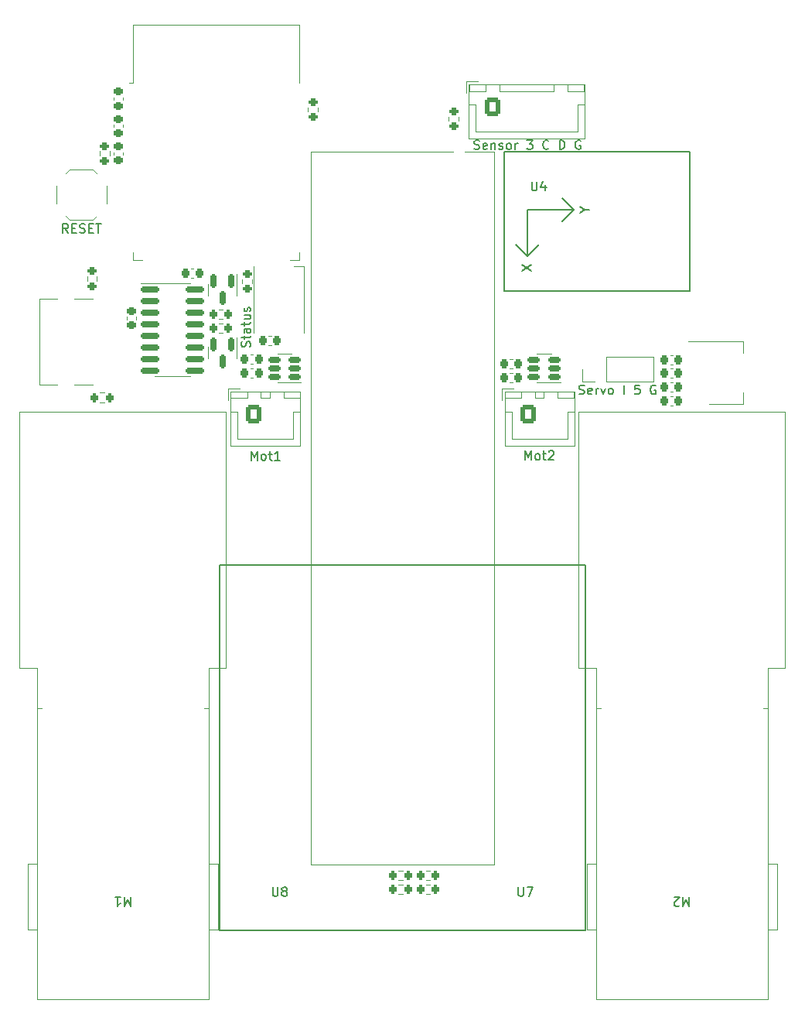
<source format=gbr>
%TF.GenerationSoftware,KiCad,Pcbnew,(6.0.7)*%
%TF.CreationDate,2022-09-24T23:46:27+02:00*%
%TF.ProjectId,airstream_controller,61697273-7472-4656-916d-5f636f6e7472,rev?*%
%TF.SameCoordinates,Original*%
%TF.FileFunction,Legend,Top*%
%TF.FilePolarity,Positive*%
%FSLAX46Y46*%
G04 Gerber Fmt 4.6, Leading zero omitted, Abs format (unit mm)*
G04 Created by KiCad (PCBNEW (6.0.7)) date 2022-09-24 23:46:27*
%MOMM*%
%LPD*%
G01*
G04 APERTURE LIST*
G04 Aperture macros list*
%AMRoundRect*
0 Rectangle with rounded corners*
0 $1 Rounding radius*
0 $2 $3 $4 $5 $6 $7 $8 $9 X,Y pos of 4 corners*
0 Add a 4 corners polygon primitive as box body*
4,1,4,$2,$3,$4,$5,$6,$7,$8,$9,$2,$3,0*
0 Add four circle primitives for the rounded corners*
1,1,$1+$1,$2,$3*
1,1,$1+$1,$4,$5*
1,1,$1+$1,$6,$7*
1,1,$1+$1,$8,$9*
0 Add four rect primitives between the rounded corners*
20,1,$1+$1,$2,$3,$4,$5,0*
20,1,$1+$1,$4,$5,$6,$7,0*
20,1,$1+$1,$6,$7,$8,$9,0*
20,1,$1+$1,$8,$9,$2,$3,0*%
G04 Aperture macros list end*
%ADD10C,0.150000*%
%ADD11C,0.120000*%
%ADD12R,1.700000X1.700000*%
%ADD13O,1.700000X1.700000*%
%ADD14O,2.268000X1.524000*%
%ADD15C,3.200000*%
%ADD16RoundRect,0.250000X-0.600000X-0.750000X0.600000X-0.750000X0.600000X0.750000X-0.600000X0.750000X0*%
%ADD17O,1.700000X2.000000*%
%ADD18R,2.000000X0.900000*%
%ADD19R,0.900000X2.000000*%
%ADD20R,5.000000X5.000000*%
%ADD21RoundRect,0.225000X-0.250000X0.225000X-0.250000X-0.225000X0.250000X-0.225000X0.250000X0.225000X0*%
%ADD22RoundRect,0.225000X0.225000X0.250000X-0.225000X0.250000X-0.225000X-0.250000X0.225000X-0.250000X0*%
%ADD23RoundRect,0.225000X-0.225000X-0.250000X0.225000X-0.250000X0.225000X0.250000X-0.225000X0.250000X0*%
%ADD24RoundRect,0.150000X0.512500X0.150000X-0.512500X0.150000X-0.512500X-0.150000X0.512500X-0.150000X0*%
%ADD25C,0.650000*%
%ADD26R,1.450000X0.600000*%
%ADD27R,1.450000X0.300000*%
%ADD28O,1.600000X1.000000*%
%ADD29O,2.100000X1.000000*%
%ADD30RoundRect,0.200000X0.200000X0.275000X-0.200000X0.275000X-0.200000X-0.275000X0.200000X-0.275000X0*%
%ADD31R,2.000000X1.500000*%
%ADD32R,2.000000X3.800000*%
%ADD33R,1.700000X1.000000*%
%ADD34RoundRect,0.200000X-0.275000X0.200000X-0.275000X-0.200000X0.275000X-0.200000X0.275000X0.200000X0*%
%ADD35RoundRect,0.200000X-0.200000X-0.275000X0.200000X-0.275000X0.200000X0.275000X-0.200000X0.275000X0*%
%ADD36R,1.000000X1.500000*%
%ADD37RoundRect,0.150000X-0.150000X0.587500X-0.150000X-0.587500X0.150000X-0.587500X0.150000X0.587500X0*%
%ADD38RoundRect,0.200000X0.275000X-0.200000X0.275000X0.200000X-0.275000X0.200000X-0.275000X-0.200000X0*%
%ADD39R,3.500000X3.500000*%
%ADD40C,3.500000*%
%ADD41RoundRect,0.225000X0.250000X-0.225000X0.250000X0.225000X-0.250000X0.225000X-0.250000X-0.225000X0*%
%ADD42O,1.524000X2.268000*%
%ADD43RoundRect,0.150000X-0.825000X-0.150000X0.825000X-0.150000X0.825000X0.150000X-0.825000X0.150000X0*%
%ADD44RoundRect,0.250000X-0.600000X-0.725000X0.600000X-0.725000X0.600000X0.725000X-0.600000X0.725000X0*%
%ADD45O,1.700000X1.950000*%
G04 APERTURE END LIST*
D10*
X80000000Y-113000000D02*
X40000000Y-113000000D01*
X40000000Y-113000000D02*
X40000000Y-73000000D01*
X40000000Y-73000000D02*
X80000000Y-73000000D01*
X80000000Y-73000000D02*
X80000000Y-113000000D01*
%TO.C,J3*%
X43452380Y-61552380D02*
X43452380Y-60552380D01*
X43785714Y-61266666D01*
X44119047Y-60552380D01*
X44119047Y-61552380D01*
X44738095Y-61552380D02*
X44642857Y-61504761D01*
X44595238Y-61457142D01*
X44547619Y-61361904D01*
X44547619Y-61076190D01*
X44595238Y-60980952D01*
X44642857Y-60933333D01*
X44738095Y-60885714D01*
X44880952Y-60885714D01*
X44976190Y-60933333D01*
X45023809Y-60980952D01*
X45071428Y-61076190D01*
X45071428Y-61361904D01*
X45023809Y-61457142D01*
X44976190Y-61504761D01*
X44880952Y-61552380D01*
X44738095Y-61552380D01*
X45357142Y-60885714D02*
X45738095Y-60885714D01*
X45500000Y-60552380D02*
X45500000Y-61409523D01*
X45547619Y-61504761D01*
X45642857Y-61552380D01*
X45738095Y-61552380D01*
X46595238Y-61552380D02*
X46023809Y-61552380D01*
X46309523Y-61552380D02*
X46309523Y-60552380D01*
X46214285Y-60695238D01*
X46119047Y-60790476D01*
X46023809Y-60838095D01*
%TO.C,M1*%
X30209523Y-109347619D02*
X30209523Y-110347619D01*
X29876190Y-109633333D01*
X29542857Y-110347619D01*
X29542857Y-109347619D01*
X28542857Y-109347619D02*
X29114285Y-109347619D01*
X28828571Y-109347619D02*
X28828571Y-110347619D01*
X28923809Y-110204761D01*
X29019047Y-110109523D01*
X29114285Y-110061904D01*
%TO.C,SW1*%
X23397619Y-36702380D02*
X23064285Y-36226190D01*
X22826190Y-36702380D02*
X22826190Y-35702380D01*
X23207142Y-35702380D01*
X23302380Y-35750000D01*
X23350000Y-35797619D01*
X23397619Y-35892857D01*
X23397619Y-36035714D01*
X23350000Y-36130952D01*
X23302380Y-36178571D01*
X23207142Y-36226190D01*
X22826190Y-36226190D01*
X23826190Y-36178571D02*
X24159523Y-36178571D01*
X24302380Y-36702380D02*
X23826190Y-36702380D01*
X23826190Y-35702380D01*
X24302380Y-35702380D01*
X24683333Y-36654761D02*
X24826190Y-36702380D01*
X25064285Y-36702380D01*
X25159523Y-36654761D01*
X25207142Y-36607142D01*
X25254761Y-36511904D01*
X25254761Y-36416666D01*
X25207142Y-36321428D01*
X25159523Y-36273809D01*
X25064285Y-36226190D01*
X24873809Y-36178571D01*
X24778571Y-36130952D01*
X24730952Y-36083333D01*
X24683333Y-35988095D01*
X24683333Y-35892857D01*
X24730952Y-35797619D01*
X24778571Y-35750000D01*
X24873809Y-35702380D01*
X25111904Y-35702380D01*
X25254761Y-35750000D01*
X25683333Y-36178571D02*
X26016666Y-36178571D01*
X26159523Y-36702380D02*
X25683333Y-36702380D01*
X25683333Y-35702380D01*
X26159523Y-35702380D01*
X26445238Y-35702380D02*
X27016666Y-35702380D01*
X26730952Y-36702380D02*
X26730952Y-35702380D01*
%TO.C,D1*%
X43304761Y-49166666D02*
X43352380Y-49023809D01*
X43352380Y-48785714D01*
X43304761Y-48690476D01*
X43257142Y-48642857D01*
X43161904Y-48595238D01*
X43066666Y-48595238D01*
X42971428Y-48642857D01*
X42923809Y-48690476D01*
X42876190Y-48785714D01*
X42828571Y-48976190D01*
X42780952Y-49071428D01*
X42733333Y-49119047D01*
X42638095Y-49166666D01*
X42542857Y-49166666D01*
X42447619Y-49119047D01*
X42400000Y-49071428D01*
X42352380Y-48976190D01*
X42352380Y-48738095D01*
X42400000Y-48595238D01*
X42685714Y-48309523D02*
X42685714Y-47928571D01*
X42352380Y-48166666D02*
X43209523Y-48166666D01*
X43304761Y-48119047D01*
X43352380Y-48023809D01*
X43352380Y-47928571D01*
X43352380Y-47166666D02*
X42828571Y-47166666D01*
X42733333Y-47214285D01*
X42685714Y-47309523D01*
X42685714Y-47500000D01*
X42733333Y-47595238D01*
X43304761Y-47166666D02*
X43352380Y-47261904D01*
X43352380Y-47500000D01*
X43304761Y-47595238D01*
X43209523Y-47642857D01*
X43114285Y-47642857D01*
X43019047Y-47595238D01*
X42971428Y-47500000D01*
X42971428Y-47261904D01*
X42923809Y-47166666D01*
X42685714Y-46833333D02*
X42685714Y-46452380D01*
X42352380Y-46690476D02*
X43209523Y-46690476D01*
X43304761Y-46642857D01*
X43352380Y-46547619D01*
X43352380Y-46452380D01*
X42685714Y-45690476D02*
X43352380Y-45690476D01*
X42685714Y-46119047D02*
X43209523Y-46119047D01*
X43304761Y-46071428D01*
X43352380Y-45976190D01*
X43352380Y-45833333D01*
X43304761Y-45738095D01*
X43257142Y-45690476D01*
X43304761Y-45261904D02*
X43352380Y-45166666D01*
X43352380Y-44976190D01*
X43304761Y-44880952D01*
X43209523Y-44833333D01*
X43161904Y-44833333D01*
X43066666Y-44880952D01*
X43019047Y-44976190D01*
X43019047Y-45119047D01*
X42971428Y-45214285D01*
X42876190Y-45261904D01*
X42828571Y-45261904D01*
X42733333Y-45214285D01*
X42685714Y-45119047D01*
X42685714Y-44976190D01*
X42733333Y-44880952D01*
%TO.C,J5*%
X73452380Y-61527380D02*
X73452380Y-60527380D01*
X73785714Y-61241666D01*
X74119047Y-60527380D01*
X74119047Y-61527380D01*
X74738095Y-61527380D02*
X74642857Y-61479761D01*
X74595238Y-61432142D01*
X74547619Y-61336904D01*
X74547619Y-61051190D01*
X74595238Y-60955952D01*
X74642857Y-60908333D01*
X74738095Y-60860714D01*
X74880952Y-60860714D01*
X74976190Y-60908333D01*
X75023809Y-60955952D01*
X75071428Y-61051190D01*
X75071428Y-61336904D01*
X75023809Y-61432142D01*
X74976190Y-61479761D01*
X74880952Y-61527380D01*
X74738095Y-61527380D01*
X75357142Y-60860714D02*
X75738095Y-60860714D01*
X75500000Y-60527380D02*
X75500000Y-61384523D01*
X75547619Y-61479761D01*
X75642857Y-61527380D01*
X75738095Y-61527380D01*
X76023809Y-60622619D02*
X76071428Y-60575000D01*
X76166666Y-60527380D01*
X76404761Y-60527380D01*
X76500000Y-60575000D01*
X76547619Y-60622619D01*
X76595238Y-60717857D01*
X76595238Y-60813095D01*
X76547619Y-60955952D01*
X75976190Y-61527380D01*
X76595238Y-61527380D01*
%TO.C,U7*%
X72693095Y-108252380D02*
X72693095Y-109061904D01*
X72740714Y-109157142D01*
X72788333Y-109204761D01*
X72883571Y-109252380D01*
X73074047Y-109252380D01*
X73169285Y-109204761D01*
X73216904Y-109157142D01*
X73264523Y-109061904D01*
X73264523Y-108252380D01*
X73645476Y-108252380D02*
X74312142Y-108252380D01*
X73883571Y-109252380D01*
%TO.C,U4*%
X74150595Y-31079880D02*
X74150595Y-31889404D01*
X74198214Y-31984642D01*
X74245833Y-32032261D01*
X74341071Y-32079880D01*
X74531547Y-32079880D01*
X74626785Y-32032261D01*
X74674404Y-31984642D01*
X74722023Y-31889404D01*
X74722023Y-31079880D01*
X75626785Y-31413214D02*
X75626785Y-32079880D01*
X75388690Y-31032261D02*
X75150595Y-31746547D01*
X75769642Y-31746547D01*
X79968690Y-34167500D02*
X80444880Y-34167500D01*
X79444880Y-34500833D02*
X79968690Y-34167500D01*
X79444880Y-33834166D01*
X73094880Y-40850833D02*
X74094880Y-40184166D01*
X73094880Y-40184166D02*
X74094880Y-40850833D01*
%TO.C,M2*%
X91409523Y-109347619D02*
X91409523Y-110347619D01*
X91076190Y-109633333D01*
X90742857Y-110347619D01*
X90742857Y-109347619D01*
X90314285Y-110252380D02*
X90266666Y-110300000D01*
X90171428Y-110347619D01*
X89933333Y-110347619D01*
X89838095Y-110300000D01*
X89790476Y-110252380D01*
X89742857Y-110157142D01*
X89742857Y-110061904D01*
X89790476Y-109919047D01*
X90361904Y-109347619D01*
X89742857Y-109347619D01*
%TO.C,U8*%
X45793095Y-108252380D02*
X45793095Y-109061904D01*
X45840714Y-109157142D01*
X45888333Y-109204761D01*
X45983571Y-109252380D01*
X46174047Y-109252380D01*
X46269285Y-109204761D01*
X46316904Y-109157142D01*
X46364523Y-109061904D01*
X46364523Y-108252380D01*
X46983571Y-108680952D02*
X46888333Y-108633333D01*
X46840714Y-108585714D01*
X46793095Y-108490476D01*
X46793095Y-108442857D01*
X46840714Y-108347619D01*
X46888333Y-108300000D01*
X46983571Y-108252380D01*
X47174047Y-108252380D01*
X47269285Y-108300000D01*
X47316904Y-108347619D01*
X47364523Y-108442857D01*
X47364523Y-108490476D01*
X47316904Y-108585714D01*
X47269285Y-108633333D01*
X47174047Y-108680952D01*
X46983571Y-108680952D01*
X46888333Y-108728571D01*
X46840714Y-108776190D01*
X46793095Y-108871428D01*
X46793095Y-109061904D01*
X46840714Y-109157142D01*
X46888333Y-109204761D01*
X46983571Y-109252380D01*
X47174047Y-109252380D01*
X47269285Y-109204761D01*
X47316904Y-109157142D01*
X47364523Y-109061904D01*
X47364523Y-108871428D01*
X47316904Y-108776190D01*
X47269285Y-108728571D01*
X47174047Y-108680952D01*
%TO.C,J2*%
X67866666Y-27504761D02*
X68009523Y-27552380D01*
X68247619Y-27552380D01*
X68342857Y-27504761D01*
X68390476Y-27457142D01*
X68438095Y-27361904D01*
X68438095Y-27266666D01*
X68390476Y-27171428D01*
X68342857Y-27123809D01*
X68247619Y-27076190D01*
X68057142Y-27028571D01*
X67961904Y-26980952D01*
X67914285Y-26933333D01*
X67866666Y-26838095D01*
X67866666Y-26742857D01*
X67914285Y-26647619D01*
X67961904Y-26600000D01*
X68057142Y-26552380D01*
X68295238Y-26552380D01*
X68438095Y-26600000D01*
X69247619Y-27504761D02*
X69152380Y-27552380D01*
X68961904Y-27552380D01*
X68866666Y-27504761D01*
X68819047Y-27409523D01*
X68819047Y-27028571D01*
X68866666Y-26933333D01*
X68961904Y-26885714D01*
X69152380Y-26885714D01*
X69247619Y-26933333D01*
X69295238Y-27028571D01*
X69295238Y-27123809D01*
X68819047Y-27219047D01*
X69723809Y-26885714D02*
X69723809Y-27552380D01*
X69723809Y-26980952D02*
X69771428Y-26933333D01*
X69866666Y-26885714D01*
X70009523Y-26885714D01*
X70104761Y-26933333D01*
X70152380Y-27028571D01*
X70152380Y-27552380D01*
X70580952Y-27504761D02*
X70676190Y-27552380D01*
X70866666Y-27552380D01*
X70961904Y-27504761D01*
X71009523Y-27409523D01*
X71009523Y-27361904D01*
X70961904Y-27266666D01*
X70866666Y-27219047D01*
X70723809Y-27219047D01*
X70628571Y-27171428D01*
X70580952Y-27076190D01*
X70580952Y-27028571D01*
X70628571Y-26933333D01*
X70723809Y-26885714D01*
X70866666Y-26885714D01*
X70961904Y-26933333D01*
X71580952Y-27552380D02*
X71485714Y-27504761D01*
X71438095Y-27457142D01*
X71390476Y-27361904D01*
X71390476Y-27076190D01*
X71438095Y-26980952D01*
X71485714Y-26933333D01*
X71580952Y-26885714D01*
X71723809Y-26885714D01*
X71819047Y-26933333D01*
X71866666Y-26980952D01*
X71914285Y-27076190D01*
X71914285Y-27361904D01*
X71866666Y-27457142D01*
X71819047Y-27504761D01*
X71723809Y-27552380D01*
X71580952Y-27552380D01*
X72342857Y-27552380D02*
X72342857Y-26885714D01*
X72342857Y-27076190D02*
X72390476Y-26980952D01*
X72438095Y-26933333D01*
X72533333Y-26885714D01*
X72628571Y-26885714D01*
X73628571Y-26552380D02*
X74247619Y-26552380D01*
X73914285Y-26933333D01*
X74057142Y-26933333D01*
X74152380Y-26980952D01*
X74200000Y-27028571D01*
X74247619Y-27123809D01*
X74247619Y-27361904D01*
X74200000Y-27457142D01*
X74152380Y-27504761D01*
X74057142Y-27552380D01*
X73771428Y-27552380D01*
X73676190Y-27504761D01*
X73628571Y-27457142D01*
X76009523Y-27457142D02*
X75961904Y-27504761D01*
X75819047Y-27552380D01*
X75723809Y-27552380D01*
X75580952Y-27504761D01*
X75485714Y-27409523D01*
X75438095Y-27314285D01*
X75390476Y-27123809D01*
X75390476Y-26980952D01*
X75438095Y-26790476D01*
X75485714Y-26695238D01*
X75580952Y-26600000D01*
X75723809Y-26552380D01*
X75819047Y-26552380D01*
X75961904Y-26600000D01*
X76009523Y-26647619D01*
X77200000Y-27552380D02*
X77200000Y-26552380D01*
X77438095Y-26552380D01*
X77580952Y-26600000D01*
X77676190Y-26695238D01*
X77723809Y-26790476D01*
X77771428Y-26980952D01*
X77771428Y-27123809D01*
X77723809Y-27314285D01*
X77676190Y-27409523D01*
X77580952Y-27504761D01*
X77438095Y-27552380D01*
X77200000Y-27552380D01*
X79485714Y-26600000D02*
X79390476Y-26552380D01*
X79247619Y-26552380D01*
X79104761Y-26600000D01*
X79009523Y-26695238D01*
X78961904Y-26790476D01*
X78914285Y-26980952D01*
X78914285Y-27123809D01*
X78961904Y-27314285D01*
X79009523Y-27409523D01*
X79104761Y-27504761D01*
X79247619Y-27552380D01*
X79342857Y-27552380D01*
X79485714Y-27504761D01*
X79533333Y-27457142D01*
X79533333Y-27123809D01*
X79342857Y-27123809D01*
%TO.C,J4*%
X79345714Y-54304761D02*
X79488571Y-54352380D01*
X79726666Y-54352380D01*
X79821904Y-54304761D01*
X79869523Y-54257142D01*
X79917142Y-54161904D01*
X79917142Y-54066666D01*
X79869523Y-53971428D01*
X79821904Y-53923809D01*
X79726666Y-53876190D01*
X79536190Y-53828571D01*
X79440952Y-53780952D01*
X79393333Y-53733333D01*
X79345714Y-53638095D01*
X79345714Y-53542857D01*
X79393333Y-53447619D01*
X79440952Y-53400000D01*
X79536190Y-53352380D01*
X79774285Y-53352380D01*
X79917142Y-53400000D01*
X80726666Y-54304761D02*
X80631428Y-54352380D01*
X80440952Y-54352380D01*
X80345714Y-54304761D01*
X80298095Y-54209523D01*
X80298095Y-53828571D01*
X80345714Y-53733333D01*
X80440952Y-53685714D01*
X80631428Y-53685714D01*
X80726666Y-53733333D01*
X80774285Y-53828571D01*
X80774285Y-53923809D01*
X80298095Y-54019047D01*
X81202857Y-54352380D02*
X81202857Y-53685714D01*
X81202857Y-53876190D02*
X81250476Y-53780952D01*
X81298095Y-53733333D01*
X81393333Y-53685714D01*
X81488571Y-53685714D01*
X81726666Y-53685714D02*
X81964761Y-54352380D01*
X82202857Y-53685714D01*
X82726666Y-54352380D02*
X82631428Y-54304761D01*
X82583809Y-54257142D01*
X82536190Y-54161904D01*
X82536190Y-53876190D01*
X82583809Y-53780952D01*
X82631428Y-53733333D01*
X82726666Y-53685714D01*
X82869523Y-53685714D01*
X82964761Y-53733333D01*
X83012380Y-53780952D01*
X83060000Y-53876190D01*
X83060000Y-54161904D01*
X83012380Y-54257142D01*
X82964761Y-54304761D01*
X82869523Y-54352380D01*
X82726666Y-54352380D01*
X84250476Y-54352380D02*
X84250476Y-53352380D01*
X85964761Y-53352380D02*
X85488571Y-53352380D01*
X85440952Y-53828571D01*
X85488571Y-53780952D01*
X85583809Y-53733333D01*
X85821904Y-53733333D01*
X85917142Y-53780952D01*
X85964761Y-53828571D01*
X86012380Y-53923809D01*
X86012380Y-54161904D01*
X85964761Y-54257142D01*
X85917142Y-54304761D01*
X85821904Y-54352380D01*
X85583809Y-54352380D01*
X85488571Y-54304761D01*
X85440952Y-54257142D01*
X87726666Y-53400000D02*
X87631428Y-53352380D01*
X87488571Y-53352380D01*
X87345714Y-53400000D01*
X87250476Y-53495238D01*
X87202857Y-53590476D01*
X87155238Y-53780952D01*
X87155238Y-53923809D01*
X87202857Y-54114285D01*
X87250476Y-54209523D01*
X87345714Y-54304761D01*
X87488571Y-54352380D01*
X87583809Y-54352380D01*
X87726666Y-54304761D01*
X87774285Y-54257142D01*
X87774285Y-53923809D01*
X87583809Y-53923809D01*
D11*
%TO.C,J3*%
X48800000Y-56275000D02*
X48050000Y-56275000D01*
X48810000Y-59985000D02*
X48810000Y-54015000D01*
X42150000Y-53725000D02*
X40900000Y-53725000D01*
X48810000Y-54015000D02*
X41190000Y-54015000D01*
X41200000Y-54025000D02*
X41200000Y-54775000D01*
X41950000Y-56275000D02*
X41950000Y-59225000D01*
X41190000Y-54015000D02*
X41190000Y-59985000D01*
X48050000Y-56275000D02*
X48050000Y-59225000D01*
X41200000Y-56275000D02*
X41950000Y-56275000D01*
X45500000Y-54775000D02*
X45500000Y-54025000D01*
X44500000Y-54775000D02*
X45500000Y-54775000D01*
X41200000Y-54775000D02*
X43000000Y-54775000D01*
X43000000Y-54025000D02*
X41200000Y-54025000D01*
X43000000Y-54775000D02*
X43000000Y-54025000D01*
X44500000Y-54025000D02*
X44500000Y-54775000D01*
X40900000Y-53725000D02*
X40900000Y-54975000D01*
X47000000Y-54775000D02*
X48800000Y-54775000D01*
X48800000Y-54025000D02*
X47000000Y-54025000D01*
X48050000Y-59225000D02*
X45000000Y-59225000D01*
X45500000Y-54025000D02*
X44500000Y-54025000D01*
X48800000Y-54775000D02*
X48800000Y-54025000D01*
X41190000Y-59985000D02*
X48810000Y-59985000D01*
X47000000Y-54025000D02*
X47000000Y-54775000D01*
X41950000Y-59225000D02*
X45000000Y-59225000D01*
%TO.C,M1*%
X19000000Y-112900000D02*
X19000000Y-105700000D01*
X18100000Y-84300000D02*
X20000000Y-84300000D01*
X38800000Y-84300000D02*
X40700000Y-84300000D01*
X19000000Y-105700000D02*
X20000000Y-105700000D01*
X20000000Y-112900000D02*
X19000000Y-112900000D01*
X38800000Y-120500000D02*
X38800000Y-84300000D01*
X39800000Y-105700000D02*
X38800000Y-105700000D01*
X38800000Y-88700000D02*
X38300000Y-88700000D01*
X38800000Y-112900000D02*
X39800000Y-112900000D01*
X20000000Y-88700000D02*
X20500000Y-88700000D01*
X29400000Y-56300000D02*
X18100000Y-56300000D01*
X18100000Y-56300000D02*
X18100000Y-84300000D01*
X20000000Y-120500000D02*
X38800000Y-120500000D01*
X20000000Y-84300000D02*
X20000000Y-120500000D01*
X39800000Y-112900000D02*
X39800000Y-105700000D01*
X40700000Y-56300000D02*
X29400000Y-56300000D01*
X40700000Y-84300000D02*
X40700000Y-56300000D01*
%TO.C,U1*%
X30480000Y-13885000D02*
X48720000Y-13885000D01*
X30480000Y-20305000D02*
X30100000Y-20305000D01*
X48720000Y-13885000D02*
X48720000Y-20305000D01*
X30480000Y-13885000D02*
X30480000Y-20305000D01*
X30480000Y-39630000D02*
X31480000Y-39630000D01*
X30480000Y-38850000D02*
X30480000Y-39630000D01*
X48720000Y-39630000D02*
X47720000Y-39630000D01*
X48720000Y-38850000D02*
X48720000Y-39630000D01*
%TO.C,C2*%
X28390000Y-27859420D02*
X28390000Y-28140580D01*
X29410000Y-27859420D02*
X29410000Y-28140580D01*
%TO.C,C4*%
X89590580Y-55560000D02*
X89309420Y-55560000D01*
X89590580Y-54540000D02*
X89309420Y-54540000D01*
%TO.C,C6*%
X45359420Y-47990000D02*
X45640580Y-47990000D01*
X45359420Y-49010000D02*
X45640580Y-49010000D01*
%TO.C,U6*%
X75500000Y-49940000D02*
X76300000Y-49940000D01*
X75500000Y-49940000D02*
X74700000Y-49940000D01*
X75500000Y-53060000D02*
X74700000Y-53060000D01*
X75500000Y-53060000D02*
X77300000Y-53060000D01*
%TO.C,C11*%
X43640580Y-52510000D02*
X43359420Y-52510000D01*
X43640580Y-51490000D02*
X43359420Y-51490000D01*
%TO.C,C8*%
X37140580Y-41610000D02*
X36859420Y-41610000D01*
X37140580Y-40590000D02*
X36859420Y-40590000D01*
%TO.C,J1*%
X22200000Y-43900000D02*
X20300000Y-43900000D01*
X22200000Y-53300000D02*
X20300000Y-53300000D01*
X20300000Y-43900000D02*
X20300000Y-53300000D01*
X26100000Y-53300000D02*
X24100000Y-53300000D01*
X26100000Y-43900000D02*
X24100000Y-43900000D01*
%TO.C,C9*%
X89590580Y-53040000D02*
X89309420Y-53040000D01*
X89590580Y-54060000D02*
X89309420Y-54060000D01*
%TO.C,U5*%
X47100000Y-49940000D02*
X47900000Y-49940000D01*
X47100000Y-53060000D02*
X48900000Y-53060000D01*
X47100000Y-49940000D02*
X46300000Y-49940000D01*
X47100000Y-53060000D02*
X46300000Y-53060000D01*
%TO.C,R12*%
X60037258Y-107977500D02*
X59562742Y-107977500D01*
X60037258Y-109022500D02*
X59562742Y-109022500D01*
%TO.C,R4*%
X40337258Y-46122500D02*
X39862742Y-46122500D01*
X40337258Y-45077500D02*
X39862742Y-45077500D01*
%TO.C,U3*%
X97310000Y-48590000D02*
X97310000Y-49850000D01*
X91300000Y-48590000D02*
X97310000Y-48590000D01*
X97310000Y-55410000D02*
X97310000Y-54150000D01*
X93550000Y-55410000D02*
X97310000Y-55410000D01*
%TO.C,SW1*%
X23600000Y-29750000D02*
X26100000Y-29750000D01*
X22100000Y-31500000D02*
X22100000Y-33500000D01*
X26550000Y-30200000D02*
X26100000Y-29750000D01*
X27600000Y-31500000D02*
X27600000Y-33500000D01*
X23600000Y-35250000D02*
X26100000Y-35250000D01*
X26550000Y-34800000D02*
X26100000Y-35250000D01*
X23150000Y-30200000D02*
X23600000Y-29750000D01*
X23150000Y-34800000D02*
X23600000Y-35250000D01*
%TO.C,R6*%
X50722500Y-22962742D02*
X50722500Y-23437258D01*
X49677500Y-22962742D02*
X49677500Y-23437258D01*
%TO.C,R9*%
X62562742Y-106477500D02*
X63037258Y-106477500D01*
X62562742Y-107522500D02*
X63037258Y-107522500D01*
%TO.C,D1*%
X49250000Y-47650000D02*
X49250000Y-40350000D01*
X49250000Y-40350000D02*
X48100000Y-40350000D01*
X43750000Y-47650000D02*
X43750000Y-40350000D01*
%TO.C,R2*%
X26522500Y-41462742D02*
X26522500Y-41937258D01*
X25477500Y-41462742D02*
X25477500Y-41937258D01*
%TO.C,C3*%
X28390000Y-21859420D02*
X28390000Y-22140580D01*
X29410000Y-21859420D02*
X29410000Y-22140580D01*
%TO.C,J5*%
X78800000Y-54025000D02*
X77000000Y-54025000D01*
X78050000Y-59225000D02*
X75000000Y-59225000D01*
X71200000Y-54025000D02*
X71200000Y-54775000D01*
X77000000Y-54025000D02*
X77000000Y-54775000D01*
X77000000Y-54775000D02*
X78800000Y-54775000D01*
X71200000Y-56275000D02*
X71950000Y-56275000D01*
X70900000Y-53725000D02*
X70900000Y-54975000D01*
X78050000Y-56275000D02*
X78050000Y-59225000D01*
X78800000Y-56275000D02*
X78050000Y-56275000D01*
X74500000Y-54025000D02*
X74500000Y-54775000D01*
X72150000Y-53725000D02*
X70900000Y-53725000D01*
X71190000Y-59985000D02*
X78810000Y-59985000D01*
X78810000Y-59985000D02*
X78810000Y-54015000D01*
X78800000Y-54775000D02*
X78800000Y-54025000D01*
X71200000Y-54775000D02*
X73000000Y-54775000D01*
X75500000Y-54025000D02*
X74500000Y-54025000D01*
X73000000Y-54025000D02*
X71200000Y-54025000D01*
X71950000Y-56275000D02*
X71950000Y-59225000D01*
X75500000Y-54775000D02*
X75500000Y-54025000D01*
X73000000Y-54775000D02*
X73000000Y-54025000D01*
X78810000Y-54015000D02*
X71190000Y-54015000D01*
X71950000Y-59225000D02*
X75000000Y-59225000D01*
X71190000Y-54015000D02*
X71190000Y-59985000D01*
X74500000Y-54775000D02*
X75500000Y-54775000D01*
%TO.C,C10*%
X89590580Y-51060000D02*
X89309420Y-51060000D01*
X89590580Y-50040000D02*
X89309420Y-50040000D01*
%TO.C,Q2*%
X38740000Y-42900000D02*
X38740000Y-42250000D01*
X41860000Y-42900000D02*
X41860000Y-41225000D01*
X41860000Y-42900000D02*
X41860000Y-43550000D01*
X38740000Y-42900000D02*
X38740000Y-43550000D01*
%TO.C,R7*%
X43522500Y-42237258D02*
X43522500Y-41762742D01*
X42477500Y-42237258D02*
X42477500Y-41762742D01*
%TO.C,BT1*%
X49950000Y-105800000D02*
X49950000Y-27800000D01*
X70050000Y-27800000D02*
X70050000Y-105800000D01*
X70050000Y-105800000D02*
X49950000Y-105800000D01*
X49950000Y-27800000D02*
X70050000Y-27800000D01*
%TO.C,C14*%
X72040580Y-53010000D02*
X71759420Y-53010000D01*
X72040580Y-51990000D02*
X71759420Y-51990000D01*
%TO.C,Q1*%
X41860000Y-49800000D02*
X41860000Y-48125000D01*
X38740000Y-49800000D02*
X38740000Y-50450000D01*
X38740000Y-49800000D02*
X38740000Y-49150000D01*
X41860000Y-49800000D02*
X41860000Y-50450000D01*
%TO.C,C13*%
X43640580Y-51010000D02*
X43359420Y-51010000D01*
X43640580Y-49990000D02*
X43359420Y-49990000D01*
%TO.C,C12*%
X72040580Y-51510000D02*
X71759420Y-51510000D01*
X72040580Y-50490000D02*
X71759420Y-50490000D01*
%TO.C,C7*%
X29790000Y-46140580D02*
X29790000Y-45859420D01*
X30810000Y-46140580D02*
X30810000Y-45859420D01*
D10*
%TO.C,U4*%
X73642500Y-39247500D02*
X72372500Y-37977500D01*
X74912500Y-37977500D02*
X73642500Y-39247500D01*
X73642500Y-34167500D02*
X78722500Y-34167500D01*
X77452500Y-35437500D02*
X78722500Y-34167500D01*
X91422500Y-43057500D02*
X71102500Y-43057500D01*
X73642500Y-39247500D02*
X73642500Y-34167500D01*
X71102500Y-27817500D02*
X91422500Y-27817500D01*
X71102500Y-43057500D02*
X71102500Y-27817500D01*
X91422500Y-27817500D02*
X91422500Y-43057500D01*
X78722500Y-34167500D02*
X77452500Y-32897500D01*
D11*
%TO.C,R10*%
X60037258Y-107522500D02*
X59562742Y-107522500D01*
X60037258Y-106477500D02*
X59562742Y-106477500D01*
%TO.C,U2*%
X34800000Y-42240000D02*
X31350000Y-42240000D01*
X34800000Y-42240000D02*
X36750000Y-42240000D01*
X34800000Y-52360000D02*
X32850000Y-52360000D01*
X34800000Y-52360000D02*
X36750000Y-52360000D01*
%TO.C,M2*%
X81200000Y-84300000D02*
X81200000Y-120500000D01*
X101000000Y-105700000D02*
X100000000Y-105700000D01*
X81200000Y-88700000D02*
X81700000Y-88700000D01*
X79300000Y-84300000D02*
X81200000Y-84300000D01*
X79300000Y-56300000D02*
X79300000Y-84300000D01*
X80200000Y-105700000D02*
X81200000Y-105700000D01*
X80200000Y-112900000D02*
X80200000Y-105700000D01*
X100000000Y-84300000D02*
X101900000Y-84300000D01*
X101000000Y-112900000D02*
X101000000Y-105700000D01*
X81200000Y-112900000D02*
X80200000Y-112900000D01*
X100000000Y-112900000D02*
X101000000Y-112900000D01*
X101900000Y-56300000D02*
X90600000Y-56300000D01*
X100000000Y-88700000D02*
X99500000Y-88700000D01*
X90600000Y-56300000D02*
X79300000Y-56300000D01*
X81200000Y-120500000D02*
X100000000Y-120500000D01*
X101900000Y-84300000D02*
X101900000Y-56300000D01*
X100000000Y-120500000D02*
X100000000Y-84300000D01*
%TO.C,R3*%
X27337258Y-55222500D02*
X26862742Y-55222500D01*
X27337258Y-54177500D02*
X26862742Y-54177500D01*
%TO.C,R11*%
X62562742Y-107977500D02*
X63037258Y-107977500D01*
X62562742Y-109022500D02*
X63037258Y-109022500D01*
%TO.C,R8*%
X66122500Y-23962742D02*
X66122500Y-24437258D01*
X65077500Y-23962742D02*
X65077500Y-24437258D01*
%TO.C,R5*%
X40337258Y-46577500D02*
X39862742Y-46577500D01*
X40337258Y-47622500D02*
X39862742Y-47622500D01*
%TO.C,R1*%
X26877500Y-28237258D02*
X26877500Y-27762742D01*
X27922500Y-28237258D02*
X27922500Y-27762742D01*
%TO.C,J2*%
X67300000Y-21175000D02*
X69100000Y-21175000D01*
X79900000Y-20425000D02*
X78100000Y-20425000D01*
X79150000Y-25625000D02*
X73600000Y-25625000D01*
X67300000Y-22675000D02*
X68050000Y-22675000D01*
X67290000Y-26385000D02*
X79910000Y-26385000D01*
X76600000Y-20425000D02*
X70600000Y-20425000D01*
X79900000Y-21175000D02*
X79900000Y-20425000D01*
X68050000Y-25625000D02*
X73600000Y-25625000D01*
X68050000Y-22675000D02*
X68050000Y-25625000D01*
X67300000Y-20425000D02*
X67300000Y-21175000D01*
X69100000Y-20425000D02*
X67300000Y-20425000D01*
X67290000Y-20415000D02*
X67290000Y-26385000D01*
X70600000Y-20425000D02*
X70600000Y-21175000D01*
X70600000Y-21175000D02*
X76600000Y-21175000D01*
X79150000Y-22675000D02*
X79150000Y-25625000D01*
X67000000Y-20125000D02*
X67000000Y-21375000D01*
X79900000Y-22675000D02*
X79150000Y-22675000D01*
X69100000Y-21175000D02*
X69100000Y-20425000D01*
X79910000Y-26385000D02*
X79910000Y-20415000D01*
X79910000Y-20415000D02*
X67290000Y-20415000D01*
X68250000Y-20125000D02*
X67000000Y-20125000D01*
X78100000Y-21175000D02*
X79900000Y-21175000D01*
X78100000Y-20425000D02*
X78100000Y-21175000D01*
X76600000Y-21175000D02*
X76600000Y-20425000D01*
%TO.C,J4*%
X82330000Y-50270000D02*
X87470000Y-50270000D01*
X87470000Y-52930000D02*
X87470000Y-50270000D01*
X79730000Y-52930000D02*
X79730000Y-51600000D01*
X82330000Y-52930000D02*
X82330000Y-50270000D01*
X82330000Y-52930000D02*
X87470000Y-52930000D01*
X81060000Y-52930000D02*
X79730000Y-52930000D01*
%TO.C,C5*%
X89590580Y-52560000D02*
X89309420Y-52560000D01*
X89590580Y-51540000D02*
X89309420Y-51540000D01*
%TO.C,C1*%
X28390000Y-24859420D02*
X28390000Y-25140580D01*
X29410000Y-24859420D02*
X29410000Y-25140580D01*
%TD*%
%LPC*%
D12*
%TO.C,J6*%
X56300000Y-38300000D03*
D13*
X56300000Y-35760000D03*
X56300000Y-33220000D03*
X56300000Y-30680000D03*
%TD*%
D14*
%TO.C,U9*%
X66262500Y-28597500D03*
X66262500Y-31137500D03*
X66262500Y-33677500D03*
X66262500Y-36217500D03*
X66262500Y-38757500D03*
X66262500Y-41297500D03*
X66262500Y-43837500D03*
X66262500Y-46377500D03*
%TD*%
D15*
%TO.C,H6*%
X96000000Y-116000000D03*
%TD*%
%TO.C,H7*%
X24000000Y-116000000D03*
%TD*%
D16*
%TO.C,J3*%
X43750000Y-56475000D03*
D17*
X46250000Y-56475000D03*
%TD*%
D18*
%TO.C,U1*%
X31100000Y-21495000D03*
X31100000Y-22765000D03*
X31100000Y-24035000D03*
X31100000Y-25305000D03*
X31100000Y-26575000D03*
X31100000Y-27845000D03*
X31100000Y-29115000D03*
X31100000Y-30385000D03*
X31100000Y-31655000D03*
X31100000Y-32925000D03*
X31100000Y-34195000D03*
X31100000Y-35465000D03*
X31100000Y-36735000D03*
X31100000Y-38005000D03*
D19*
X33885000Y-39005000D03*
X35155000Y-39005000D03*
X36425000Y-39005000D03*
X37695000Y-39005000D03*
X38965000Y-39005000D03*
X40235000Y-39005000D03*
X41505000Y-39005000D03*
X42775000Y-39005000D03*
X44045000Y-39005000D03*
X45315000Y-39005000D03*
D18*
X48100000Y-38005000D03*
X48100000Y-36735000D03*
X48100000Y-35465000D03*
X48100000Y-34195000D03*
X48100000Y-32925000D03*
X48100000Y-31655000D03*
X48100000Y-30385000D03*
X48100000Y-29115000D03*
X48100000Y-27845000D03*
X48100000Y-26575000D03*
X48100000Y-25305000D03*
X48100000Y-24035000D03*
X48100000Y-22765000D03*
X48100000Y-21495000D03*
D20*
X38600000Y-28995000D03*
%TD*%
D21*
%TO.C,C2*%
X28900000Y-27225000D03*
X28900000Y-28775000D03*
%TD*%
D22*
%TO.C,C4*%
X90225000Y-55050000D03*
X88675000Y-55050000D03*
%TD*%
D23*
%TO.C,C6*%
X44725000Y-48500000D03*
X46275000Y-48500000D03*
%TD*%
D15*
%TO.C,H2*%
X44000000Y-98500000D03*
%TD*%
D24*
%TO.C,U6*%
X76637500Y-52450000D03*
X76637500Y-51500000D03*
X76637500Y-50550000D03*
X74362500Y-50550000D03*
X74362500Y-51500000D03*
X74362500Y-52450000D03*
%TD*%
D22*
%TO.C,C11*%
X44275000Y-52000000D03*
X42725000Y-52000000D03*
%TD*%
%TO.C,C8*%
X37775000Y-41100000D03*
X36225000Y-41100000D03*
%TD*%
D25*
%TO.C,J1*%
X26800000Y-51490000D03*
X26800000Y-45710000D03*
D26*
X28245000Y-45350000D03*
X28245000Y-46150000D03*
D27*
X28245000Y-47350000D03*
X28245000Y-48350000D03*
X28245000Y-48850000D03*
X28245000Y-49850000D03*
D26*
X28245000Y-51050000D03*
X28245000Y-51850000D03*
X28245000Y-51850000D03*
X28245000Y-51050000D03*
D27*
X28245000Y-50350000D03*
X28245000Y-49350000D03*
X28245000Y-47850000D03*
X28245000Y-46850000D03*
D26*
X28245000Y-46150000D03*
X28245000Y-45350000D03*
D28*
X23150000Y-52920000D03*
X23150000Y-44280000D03*
D29*
X27330000Y-44280000D03*
X27330000Y-52920000D03*
%TD*%
D22*
%TO.C,C9*%
X90225000Y-53550000D03*
X88675000Y-53550000D03*
%TD*%
D24*
%TO.C,U5*%
X48237500Y-52450000D03*
X48237500Y-51500000D03*
X48237500Y-50550000D03*
X45962500Y-50550000D03*
X45962500Y-51500000D03*
X45962500Y-52450000D03*
%TD*%
D30*
%TO.C,R12*%
X60625000Y-108500000D03*
X58975000Y-108500000D03*
%TD*%
%TO.C,R4*%
X40925000Y-45600000D03*
X39275000Y-45600000D03*
%TD*%
D31*
%TO.C,U3*%
X92250000Y-49700000D03*
D32*
X98550000Y-52000000D03*
D31*
X92250000Y-52000000D03*
X92250000Y-54300000D03*
%TD*%
D33*
%TO.C,SW1*%
X28000000Y-30600000D03*
X21700000Y-30600000D03*
X21700000Y-34400000D03*
X28000000Y-34400000D03*
%TD*%
D34*
%TO.C,R6*%
X50200000Y-22375000D03*
X50200000Y-24025000D03*
%TD*%
D35*
%TO.C,R9*%
X61975000Y-107000000D03*
X63625000Y-107000000D03*
%TD*%
D36*
%TO.C,D1*%
X44900000Y-46450000D03*
X48100000Y-46450000D03*
X48100000Y-41550000D03*
X44900000Y-41550000D03*
%TD*%
D34*
%TO.C,R2*%
X26000000Y-40875000D03*
X26000000Y-42525000D03*
%TD*%
D21*
%TO.C,C3*%
X28900000Y-21225000D03*
X28900000Y-22775000D03*
%TD*%
D15*
%TO.C,H4*%
X76000000Y-66500000D03*
%TD*%
D16*
%TO.C,J5*%
X73750000Y-56475000D03*
D17*
X76250000Y-56475000D03*
%TD*%
D22*
%TO.C,C10*%
X90225000Y-50550000D03*
X88675000Y-50550000D03*
%TD*%
D37*
%TO.C,Q2*%
X41250000Y-41962500D03*
X39350000Y-41962500D03*
X40300000Y-43837500D03*
%TD*%
D15*
%TO.C,H3*%
X76000000Y-98500000D03*
%TD*%
D38*
%TO.C,R7*%
X43000000Y-42825000D03*
X43000000Y-41175000D03*
%TD*%
D15*
%TO.C,BT1*%
X60000000Y-95055000D03*
X60000000Y-39445000D03*
D39*
X60000000Y-30800000D03*
D40*
X60000000Y-102800000D03*
%TD*%
D22*
%TO.C,C14*%
X72675000Y-52500000D03*
X71125000Y-52500000D03*
%TD*%
D37*
%TO.C,Q1*%
X41250000Y-48862500D03*
X39350000Y-48862500D03*
X40300000Y-50737500D03*
%TD*%
D22*
%TO.C,C13*%
X44275000Y-50500000D03*
X42725000Y-50500000D03*
%TD*%
%TO.C,C12*%
X72675000Y-51000000D03*
X71125000Y-51000000D03*
%TD*%
D41*
%TO.C,C7*%
X30300000Y-46775000D03*
X30300000Y-45225000D03*
%TD*%
D15*
%TO.C,H5*%
X96000000Y-24000000D03*
%TD*%
%TO.C,H9*%
X60000000Y-24000000D03*
%TD*%
%TO.C,H8*%
X24000000Y-24000000D03*
%TD*%
D42*
%TO.C,U4*%
X72372500Y-29087500D03*
X74912500Y-29087500D03*
X77452500Y-29087500D03*
X79992500Y-29087500D03*
X82532500Y-29087500D03*
X85072500Y-29087500D03*
X87612500Y-29087500D03*
X90152500Y-29087500D03*
%TD*%
D30*
%TO.C,R10*%
X60625000Y-107000000D03*
X58975000Y-107000000D03*
%TD*%
D43*
%TO.C,U2*%
X32325000Y-42855000D03*
X32325000Y-44125000D03*
X32325000Y-45395000D03*
X32325000Y-46665000D03*
X32325000Y-47935000D03*
X32325000Y-49205000D03*
X32325000Y-50475000D03*
X32325000Y-51745000D03*
X37275000Y-51745000D03*
X37275000Y-50475000D03*
X37275000Y-49205000D03*
X37275000Y-47935000D03*
X37275000Y-46665000D03*
X37275000Y-45395000D03*
X37275000Y-44125000D03*
X37275000Y-42855000D03*
%TD*%
D30*
%TO.C,R3*%
X27925000Y-54700000D03*
X26275000Y-54700000D03*
%TD*%
D35*
%TO.C,R11*%
X61975000Y-108500000D03*
X63625000Y-108500000D03*
%TD*%
D34*
%TO.C,R8*%
X65600000Y-23375000D03*
X65600000Y-25025000D03*
%TD*%
D30*
%TO.C,R5*%
X40925000Y-47100000D03*
X39275000Y-47100000D03*
%TD*%
D38*
%TO.C,R1*%
X27400000Y-28825000D03*
X27400000Y-27175000D03*
%TD*%
D44*
%TO.C,J2*%
X69850000Y-22875000D03*
D45*
X72350000Y-22875000D03*
X74850000Y-22875000D03*
X77350000Y-22875000D03*
%TD*%
D12*
%TO.C,J4*%
X81060000Y-51600000D03*
D13*
X83600000Y-51600000D03*
X86140000Y-51600000D03*
%TD*%
D22*
%TO.C,C5*%
X90225000Y-52050000D03*
X88675000Y-52050000D03*
%TD*%
D21*
%TO.C,C1*%
X28900000Y-24225000D03*
X28900000Y-25775000D03*
%TD*%
D15*
%TO.C,H1*%
X44000000Y-66500000D03*
%TD*%
M02*

</source>
